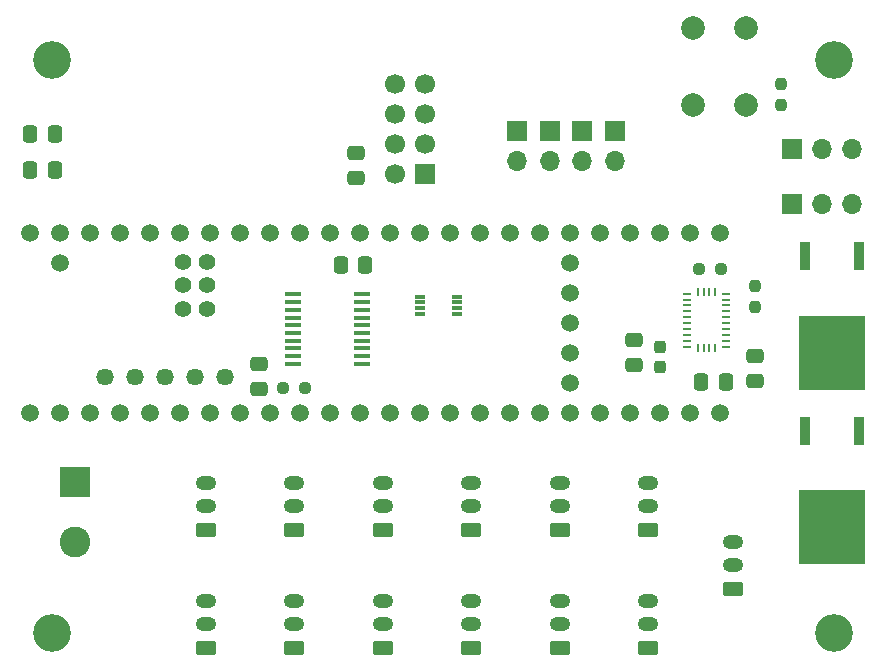
<source format=gbr>
%TF.GenerationSoftware,KiCad,Pcbnew,8.0.6*%
%TF.CreationDate,2024-12-25T20:40:02+07:00*%
%TF.ProjectId,Morphex-PCB,4d6f7270-6865-4782-9d50-43422e6b6963,rev?*%
%TF.SameCoordinates,Original*%
%TF.FileFunction,Soldermask,Top*%
%TF.FilePolarity,Negative*%
%FSLAX46Y46*%
G04 Gerber Fmt 4.6, Leading zero omitted, Abs format (unit mm)*
G04 Created by KiCad (PCBNEW 8.0.6) date 2024-12-25 20:40:02*
%MOMM*%
%LPD*%
G01*
G04 APERTURE LIST*
G04 Aperture macros list*
%AMRoundRect*
0 Rectangle with rounded corners*
0 $1 Rounding radius*
0 $2 $3 $4 $5 $6 $7 $8 $9 X,Y pos of 4 corners*
0 Add a 4 corners polygon primitive as box body*
4,1,4,$2,$3,$4,$5,$6,$7,$8,$9,$2,$3,0*
0 Add four circle primitives for the rounded corners*
1,1,$1+$1,$2,$3*
1,1,$1+$1,$4,$5*
1,1,$1+$1,$6,$7*
1,1,$1+$1,$8,$9*
0 Add four rect primitives between the rounded corners*
20,1,$1+$1,$2,$3,$4,$5,0*
20,1,$1+$1,$4,$5,$6,$7,0*
20,1,$1+$1,$6,$7,$8,$9,0*
20,1,$1+$1,$8,$9,$2,$3,0*%
G04 Aperture macros list end*
%ADD10R,0.939800X2.489200*%
%ADD11R,5.562600X6.299200*%
%ADD12C,1.512000*%
%ADD13C,1.462000*%
%ADD14C,1.412000*%
%ADD15RoundRect,0.250000X0.625000X-0.350000X0.625000X0.350000X-0.625000X0.350000X-0.625000X-0.350000X0*%
%ADD16O,1.750000X1.200000*%
%ADD17RoundRect,0.250000X0.337500X0.475000X-0.337500X0.475000X-0.337500X-0.475000X0.337500X-0.475000X0*%
%ADD18R,1.700000X1.700000*%
%ADD19C,1.700000*%
%ADD20O,1.700000X1.700000*%
%ADD21RoundRect,0.250000X-0.475000X0.337500X-0.475000X-0.337500X0.475000X-0.337500X0.475000X0.337500X0*%
%ADD22C,3.200000*%
%ADD23RoundRect,0.250000X-0.337500X-0.475000X0.337500X-0.475000X0.337500X0.475000X-0.337500X0.475000X0*%
%ADD24RoundRect,0.250000X0.475000X-0.337500X0.475000X0.337500X-0.475000X0.337500X-0.475000X-0.337500X0*%
%ADD25RoundRect,0.237500X-0.237500X0.250000X-0.237500X-0.250000X0.237500X-0.250000X0.237500X0.250000X0*%
%ADD26RoundRect,0.237500X-0.250000X-0.237500X0.250000X-0.237500X0.250000X0.237500X-0.250000X0.237500X0*%
%ADD27C,2.000000*%
%ADD28R,0.675000X0.254000*%
%ADD29R,0.254000X0.675000*%
%ADD30RoundRect,0.237500X-0.237500X0.300000X-0.237500X-0.300000X0.237500X-0.300000X0.237500X0.300000X0*%
%ADD31RoundRect,0.237500X0.250000X0.237500X-0.250000X0.237500X-0.250000X-0.237500X0.250000X-0.237500X0*%
%ADD32R,2.600000X2.600000*%
%ADD33C,2.600000*%
%ADD34R,0.850000X0.300000*%
%ADD35R,1.475000X0.450000*%
G04 APERTURE END LIST*
D10*
%TO.C,50R*%
X190786000Y-94096600D03*
X186214000Y-94096600D03*
D11*
X188500000Y-102250000D03*
%TD*%
D12*
%TO.C,U1*%
X123180000Y-94652500D03*
X120640000Y-92112500D03*
X166360000Y-104812500D03*
D13*
X137150000Y-104302500D03*
X134610000Y-104302500D03*
D14*
X133610000Y-98562500D03*
X135610000Y-98562500D03*
X135610000Y-94562500D03*
X133610000Y-94562500D03*
D12*
X166360000Y-97192500D03*
X166360000Y-94652500D03*
D14*
X133610000Y-96562500D03*
X135610000Y-96562500D03*
D12*
X166360000Y-99732500D03*
X123180000Y-92112500D03*
X156200000Y-92112500D03*
X120640000Y-107352500D03*
D13*
X129530000Y-104302500D03*
X132070000Y-104302500D03*
D12*
X158740000Y-92112500D03*
X161280000Y-92112500D03*
X163820000Y-92112500D03*
X166360000Y-92112500D03*
X168900000Y-92112500D03*
X171440000Y-92112500D03*
X173980000Y-92112500D03*
X176520000Y-92112500D03*
X179060000Y-92112500D03*
X179060000Y-107352500D03*
X176520000Y-107352500D03*
X173980000Y-107352500D03*
X171440000Y-107352500D03*
X168900000Y-107352500D03*
X166360000Y-107352500D03*
X163820000Y-107352500D03*
X161280000Y-107352500D03*
X158740000Y-107352500D03*
X128260000Y-92112500D03*
X130800000Y-92112500D03*
X133340000Y-92112500D03*
X135880000Y-92112500D03*
X138420000Y-92112500D03*
X140960000Y-92112500D03*
X143500000Y-92112500D03*
X146040000Y-92112500D03*
X148580000Y-92112500D03*
X151120000Y-92112500D03*
X153660000Y-92112500D03*
X153660000Y-107352500D03*
X151120000Y-107352500D03*
X148580000Y-107352500D03*
X146040000Y-107352500D03*
X143500000Y-107352500D03*
X140960000Y-107352500D03*
X138420000Y-107352500D03*
D13*
X126990000Y-104302500D03*
D12*
X135880000Y-107352500D03*
X133340000Y-107352500D03*
X166360000Y-102272500D03*
X125720000Y-92112500D03*
X156200000Y-107352500D03*
X130800000Y-107352500D03*
X128260000Y-107352500D03*
X125720000Y-107352500D03*
X123180000Y-107352500D03*
%TD*%
D15*
%TO.C,servo11*%
X173000000Y-127250000D03*
D16*
X173000000Y-125250000D03*
X173000000Y-123250000D03*
%TD*%
D17*
%TO.C,C6*%
X179537500Y-104750000D03*
X177462500Y-104750000D03*
%TD*%
D15*
%TO.C,servo2*%
X173000000Y-117250000D03*
D16*
X173000000Y-115250000D03*
X173000000Y-113250000D03*
%TD*%
D18*
%TO.C,U2*%
X154040000Y-87120000D03*
D19*
X151500000Y-87120000D03*
X154040000Y-84580000D03*
X151500000Y-84580000D03*
X154040000Y-82040000D03*
X151500000Y-82040000D03*
X154040000Y-79500000D03*
X151500000Y-79500000D03*
%TD*%
D18*
%TO.C,J2*%
X161900000Y-83460000D03*
D20*
X161900000Y-86000000D03*
%TD*%
D15*
%TO.C,servo6*%
X150500000Y-117250000D03*
D16*
X150500000Y-115250000D03*
X150500000Y-113250000D03*
%TD*%
D15*
%TO.C,servo13*%
X135500000Y-117250000D03*
D16*
X135500000Y-115250000D03*
X135500000Y-113250000D03*
%TD*%
D21*
%TO.C,C3*%
X148200000Y-85362500D03*
X148200000Y-87437500D03*
%TD*%
D22*
%TO.C,H4*%
X122500000Y-126000000D03*
%TD*%
D15*
%TO.C,servo10*%
X143000000Y-127250000D03*
D16*
X143000000Y-125250000D03*
X143000000Y-123250000D03*
%TD*%
D23*
%TO.C,C2*%
X120675000Y-86750000D03*
X122750000Y-86750000D03*
%TD*%
D24*
%TO.C,C7*%
X171750000Y-103287500D03*
X171750000Y-101212500D03*
%TD*%
D18*
%TO.C,J5*%
X170150000Y-83460000D03*
D20*
X170150000Y-86000000D03*
%TD*%
D25*
%TO.C,R4*%
X184200000Y-79487500D03*
X184200000Y-81312500D03*
%TD*%
D22*
%TO.C,H2*%
X188750000Y-77500000D03*
%TD*%
D26*
%TO.C,R1*%
X142087500Y-105250000D03*
X143912500Y-105250000D03*
%TD*%
D22*
%TO.C,H3*%
X188750000Y-126000000D03*
%TD*%
D18*
%TO.C,J4*%
X167400000Y-83460000D03*
D20*
X167400000Y-86000000D03*
%TD*%
D15*
%TO.C,servo5*%
X150500000Y-127250000D03*
D16*
X150500000Y-125250000D03*
X150500000Y-123250000D03*
%TD*%
D15*
%TO.C,servo8*%
X165500000Y-127250000D03*
D16*
X165500000Y-125250000D03*
X165500000Y-123250000D03*
%TD*%
D15*
%TO.C,servo3*%
X180200000Y-122250000D03*
D16*
X180200000Y-120250000D03*
X180200000Y-118250000D03*
%TD*%
D21*
%TO.C,C4*%
X140000000Y-103212500D03*
X140000000Y-105287500D03*
%TD*%
D18*
%TO.C,J3*%
X164650000Y-83460000D03*
D20*
X164650000Y-86000000D03*
%TD*%
D23*
%TO.C,C5*%
X146962500Y-94800000D03*
X149037500Y-94800000D03*
%TD*%
D25*
%TO.C,R3*%
X182000000Y-96587500D03*
X182000000Y-98412500D03*
%TD*%
D15*
%TO.C,servo7*%
X165500000Y-117250000D03*
D16*
X165500000Y-115250000D03*
X165500000Y-113250000D03*
%TD*%
D27*
%TO.C,SW1*%
X176750000Y-81250000D03*
X176750000Y-74750000D03*
X181250000Y-81250000D03*
X181250000Y-74750000D03*
%TD*%
D15*
%TO.C,servo12*%
X158000000Y-127250000D03*
D16*
X158000000Y-125250000D03*
X158000000Y-123250000D03*
%TD*%
D28*
%TO.C,U3*%
X176250000Y-101750000D03*
D29*
X177162500Y-101887500D03*
X177662500Y-101887500D03*
X178162500Y-101887500D03*
X178662500Y-101887500D03*
D28*
X179575000Y-101750000D03*
X179575000Y-101250000D03*
X179575000Y-100750000D03*
X179575000Y-100250000D03*
X179575000Y-99750000D03*
X179575000Y-99250000D03*
X179575000Y-98750000D03*
X179575000Y-98250000D03*
X179575000Y-97750000D03*
X179575000Y-97250000D03*
D29*
X178662500Y-97112500D03*
X178162500Y-97112500D03*
X177662500Y-97112500D03*
X177162500Y-97112500D03*
D28*
X176250000Y-97250000D03*
X176250000Y-97750000D03*
X176250000Y-98250000D03*
X176250000Y-98750000D03*
X176250000Y-99250000D03*
X176250000Y-99750000D03*
X176250000Y-100250000D03*
X176250000Y-100750000D03*
X176250000Y-101250000D03*
%TD*%
D15*
%TO.C,servo9*%
X135500000Y-127250000D03*
D16*
X135500000Y-125250000D03*
X135500000Y-123250000D03*
%TD*%
D24*
%TO.C,C9*%
X182000000Y-104637500D03*
X182000000Y-102562500D03*
%TD*%
D30*
%TO.C,C8*%
X174000000Y-101775000D03*
X174000000Y-103500000D03*
%TD*%
D31*
%TO.C,R2*%
X177287500Y-95200000D03*
X179112500Y-95200000D03*
%TD*%
D23*
%TO.C,C1*%
X120675000Y-83740000D03*
X122750000Y-83740000D03*
%TD*%
D15*
%TO.C,servo4*%
X143000000Y-117250000D03*
D16*
X143000000Y-115250000D03*
X143000000Y-113250000D03*
%TD*%
D22*
%TO.C,H1*%
X122500000Y-77500000D03*
%TD*%
D15*
%TO.C,servo1*%
X158000000Y-117250000D03*
D16*
X158000000Y-115250000D03*
X158000000Y-113250000D03*
%TD*%
D18*
%TO.C,5V*%
X185120000Y-89650000D03*
D20*
X187660000Y-89650000D03*
X190200000Y-89650000D03*
%TD*%
D10*
%TO.C,33R*%
X190786000Y-108861900D03*
X186214000Y-108861900D03*
D11*
X188500000Y-117015300D03*
%TD*%
D32*
%TO.C,Main Terminal*%
X124445000Y-113205000D03*
D33*
X124445000Y-118285000D03*
%TD*%
D18*
%TO.C,3.3V*%
X185120000Y-85000000D03*
D20*
X187660000Y-85000000D03*
X190200000Y-85000000D03*
%TD*%
D34*
%TO.C,IC2*%
X156825000Y-99000000D03*
X156825000Y-98500000D03*
X156825000Y-98000000D03*
X156825000Y-97500000D03*
X153675000Y-97500000D03*
X153675000Y-98000000D03*
X153675000Y-98500000D03*
X153675000Y-99000000D03*
%TD*%
D35*
%TO.C,IC1*%
X142874000Y-97325000D03*
X142874000Y-97975000D03*
X142874000Y-98625000D03*
X142874000Y-99275000D03*
X142874000Y-99925000D03*
X142874000Y-100575000D03*
X142874000Y-101225000D03*
X142874000Y-101875000D03*
X142874000Y-102525000D03*
X142874000Y-103175000D03*
X148750000Y-103175000D03*
X148750000Y-102525000D03*
X148750000Y-101875000D03*
X148750000Y-101225000D03*
X148750000Y-100575000D03*
X148750000Y-99925000D03*
X148750000Y-99275000D03*
X148750000Y-98625000D03*
X148750000Y-97975000D03*
X148750000Y-97325000D03*
%TD*%
M02*

</source>
